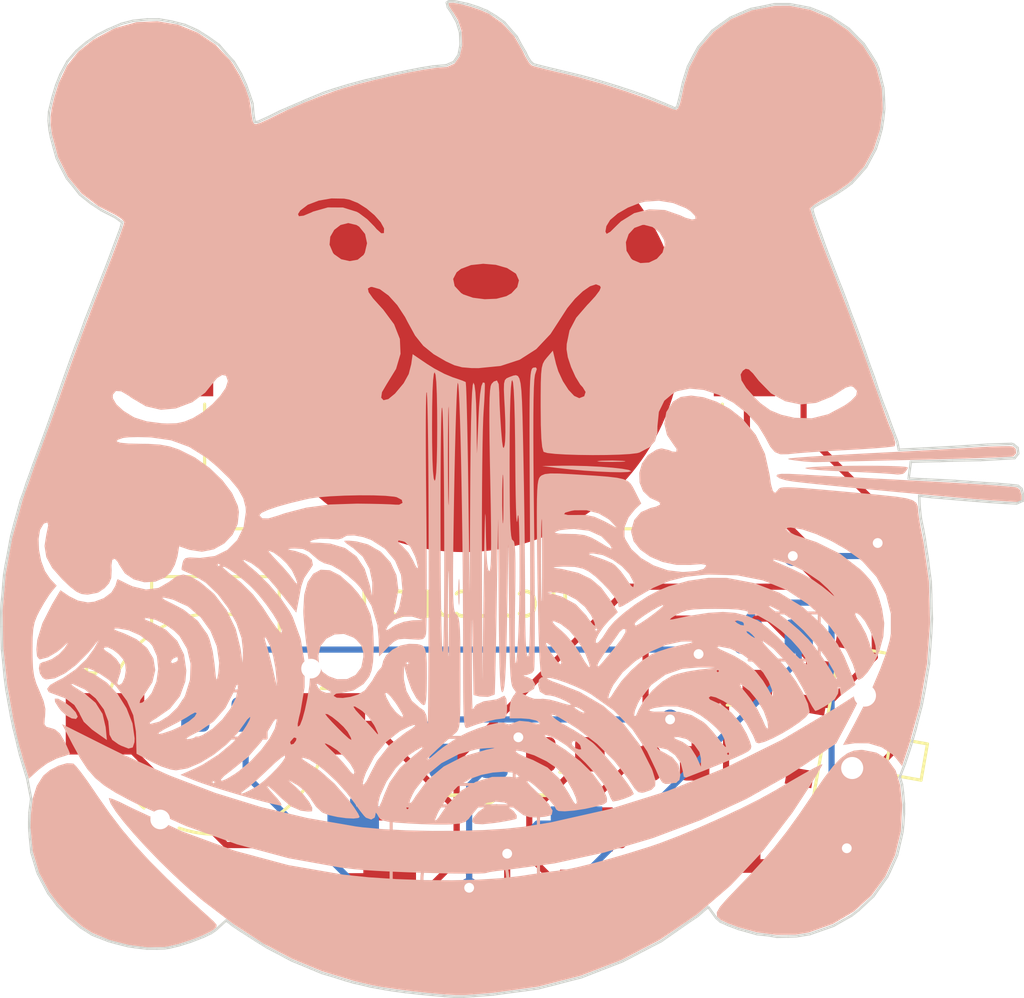
<source format=kicad_pcb>
(kicad_pcb (version 20221018) (generator pcbnew)
  (layers (0 "F.Cu" signal) (31 "B.Cu" signal) (34 "B.Paste" user) (35 "F.Paste" user) (36 "B.SilkS" user "B.Silkscreen") (37 "F.SilkS" user "F.Silkscreen") (38 "B.Mask" user) (39 "F.Mask" user) (44 "Edge.Cuts" user))
  (net 0 "")
  (net 1 "GND")
  (net 2 "Net-(D1-A)")
  (net 3 "Net-(D2-A)")
  (net 4 "Net-(D3-A)")
  (net 5 "Net-(U1-PB2)")
  (net 6 "Net-(U1-PB1)")
  (net 7 "Net-(U1-PB0)")
  (net 8 "Net-(U1-VCC)")
  (net 9 "Net-(R4-Pad2)")
  (net 11 "Net-(U1-PB3)")
  (net 12 "Net-(U1-PB4)")
  (net 13 "Net-(BT1-PadP1)")
  (footprint "Resistor_SMD:R_0805_2012Metric_Pad1.20x1.40mm_HandSolder" (layer "F.Cu") (at 162.15 108.68)
    (fp_text reference "R4" hide)
    (fp_text value "R" hide)
  )
  (footprint "Resistor_SMD:R_0805_2012Metric_Pad1.20x1.40mm_HandSolder" (layer "F.Cu") (at 164.23 112.44)
    (fp_text reference "R3" hide)
    (fp_text value "R" hide)
  )
  (footprint "ATTINY85-20SUR:SOIC127P798X216-8N" (layer "F.Cu") (at 154.7284 112.645)
    (fp_text reference "U1" hide)
    (fp_text value "ATTINY85-20SUR" hide)
  )
  (footprint "OnOffSwitch:SW_MLL1200S" (layer "F.Cu") (at 169.830472 107.392788 80)
    (fp_text reference "SW1" hide)
    (fp_text value "MLL1200S" hide)
  )
  (footprint "BatteryHolder:BAT_BAT-HLD-001" (layer "F.Cu") (at 153.73 91.17)
    (fp_text reference "BT1" hide)
    (fp_text value "BAT-HLD-001" hide)
  )
  (footprint "Resistor_SMD:R_0805_2012Metric_Pad1.20x1.40mm_HandSolder" (layer "F.Cu") (at 164.7 105.57)
    (fp_text reference "R1" hide)
    (fp_text value "R" hide)
  )
  (footprint "Buzzer:CUI_CBT-09427-SMT" (layer "F.Cu") (at 143.62 107.069331)
    (fp_text reference "LS1" hide)
    (fp_text value "CBT-09427-SMT" hide)
  )
  (footprint "Resistor_SMD:R_0805_2012Metric_Pad1.20x1.40mm_HandSolder" (layer "F.Cu") (at 157.88 108.31 180)
    (fp_text reference "R2" hide)
    (fp_text value "R" hide)
  )
  (footprint "LED_SMD:LED_0805_2012Metric_Pad1.15x1.40mm_HandSolder" (layer "B.Cu") (at 143.825 106.69 180)
    (fp_text reference "D1" hide)
    (fp_text value "LED" hide)
  )
  (footprint "PushButton:SW_4-1437565-2" (layer "B.Cu") (at 153.7845 113.41 180)
    (fp_text reference "SW2" hide)
    (fp_text value "4-1437565-2" hide)
  )
  (footprint "LED_SMD:LED_0805_2012Metric_Pad1.15x1.40mm_HandSolder" (layer "B.Cu") (at 153.935 108.58 180)
    (fp_text reference "D2" hide)
    (fp_text value "LED" hide)
  )
  (footprint "LOGO" (layer "B.Cu") (at 154.45 98.96 180)
    (fp_text reference "G***" hide)
    (fp_text value "LOGO" hide)
  )
  (footprint "LED_SMD:LED_0805_2012Metric_Pad1.15x1.40mm_HandSolder" (layer "B.Cu") (at 166.3675 103.51 180)
    (fp_text reference "D3" hide)
    (fp_text value "LED" hide)
  )
  (gr_poly (pts (xy 140.182525 80.399839) (xy 140.153613 80.43702) (xy 140.113596 80.490777) (xy 140.095783 80.516093) (xy 140.079304 80.540634) (xy 140.064057 80.564599) (xy 140.049942 80.588188) (xy 140.03686 80.611602) (xy 140.024713 80.635039) (xy 140.0134 80.658699) (xy 140.002822 80.682784) (xy 139.992878 80.70749) (xy 139.983471 80.73302) (xy 139.9745 80.759573) (xy 139.965866 80.787348) (xy 139.94921 80.847364) (xy 139.938922 80.890362) (xy 139.930461 80.933133) (xy 139.923837 80.975805) (xy 139.919061 81.01851) (xy 139.916142 81.061377) (xy 139.915094 81.104538) (xy 139.915924 81.148121) (xy 139.918647 81.19226) (xy 139.92327 81.23708) (xy 139.929806 81.282716) (xy 139.938265 81.329296) (xy 139.948657 81.376953) (xy 139.960995 81.425814) (xy 139.975287 81.47601) (xy 139.991545 81.527673) (xy 140.009782 81.580932) (xy 140.010553 81.583198) (xy 140.011201 81.585325) (xy 140.011716 81.587313) (xy 140.012089 81.589164) (xy 140.012308 81.590879) (xy 140.012363 81.592458) (xy 140.012327 81.593198) (xy 140.012246 81.593902) (xy 140.012119 81.594574) (xy 140.011945 81.595213) (xy 140.011724 81.595819) (xy 140.011452 81.596392) (xy 140.011129 81.596932) (xy 140.010755 81.597438) (xy 140.010327 81.597912) (xy 140.009845 81.598354) (xy 140.009307 81.598763) (xy 140.008713 81.599139) (xy 140.00806 81.599484) (xy 140.007348 81.599796) (xy 140.006574 81.600076) (xy 140.005739 81.600325) (xy 140.003878 81.600726) (xy 140.001755 81.601002) (xy 139.999357 81.601152) (xy 139.996679 81.601178) (xy 139.993708 81.601081) (xy 139.990432 81.600861) (xy 139.986846 81.60052) (xy 139.982936 81.600059) (xy 139.978695 81.599478) (xy 139.97411 81.598778) (xy 139.969173 81.59796) (xy 139.963874 81.597026) (xy 139.952148 81.594811) (xy 139.938854 81.59214) (xy 139.923911 81.589021) (xy 139.872803 81.579641) (xy 139.821173 81.572982) (xy 139.769119 81.569023) (xy 139.71674 81.567747) (xy 139.664134 81.569132) (xy 139.6114 81.57316) (xy 139.558636 81.57981) (xy 139.505941 81.589061) (xy 139.453414 81.600897) (xy 139.401153 81.615294) (xy 139.349257 81.632236) (xy 139.297824 81.651701) (xy 139.246953 81.67367) (xy 139.196742 81.698122) (xy 139.147291 81.725039) (xy 139.098696 81.754401) (xy 139.074943 81.77038) (xy 139.050381 81.788589) (xy 139.025217 81.8088) (xy 138.99966 81.830785) (xy 138.973918 81.854317) (xy 138.948196 81.879168) (xy 138.922704 81.90511) (xy 138.897648 81.931916) (xy 138.873236 81.959359) (xy 138.849676 81.987209) (xy 138.827175 82.015241) (xy 138.805941 82.043227) (xy 138.786182 82.070938) (xy 138.768104 82.098147) (xy 138.751915 82.124627) (xy 138.737824 82.15015) (xy 138.725922 82.174362) (xy 138.714398 82.200377) (xy 138.70331 82.227947) (xy 138.692718 82.256827) (xy 138.682681 82.286772) (xy 138.673257 82.317536) (xy 138.664507 82.348873) (xy 138.656488 82.380538) (xy 138.649261 82.412283) (xy 138.642883 82.443864) (xy 138.637415 82.475035) (xy 138.632915 82.50555) (xy 138.629443 82.535163) (xy 138.627057 82.563629) (xy 138.625817 82.590701) (xy 138.625782 82.616134) (xy 138.627517 82.653543) (xy 138.630929 82.69126) (xy 138.635997 82.729231) (xy 138.642699 82.767398) (xy 138.651019 82.805706) (xy 138.660933 82.844099) (xy 138.672423 82.882521) (xy 138.685468 82.920915) (xy 138.700046 82.959225) (xy 138.71614 82.997396) (xy 138.733728 83.035372) (xy 138.75279 83.073094) (xy 138.773306 83.11051) (xy 138.795256 83.14756) (xy 138.81862 83.184192) (xy 138.843376 83.220346) (xy 138.863359 83.247381) (xy 138.885671 83.27547) (xy 138.910051 83.304375) (xy 138.936237 83.333847) (xy 138.992986 83.393526) (xy 139.053829 83.452556) (xy 139.116679 83.508991) (xy 139.179446 83.560878) (xy 139.210146 83.584508) (xy 139.240042 83.60627) (xy 139.268873 83.62592) (xy 139.296378 83.643216) (xy 139.398772 83.699253) (xy 139.507633 83.74854) (xy 139.622849 83.791072) (xy 139.744308 83.826846) (xy 139.871897 83.855855) (xy 140.005503 83.8781) (xy 140.145013 83.893572) (xy 140.290314 83.90227) (xy 140.441295 83.904188) (xy 140.597841 83.899324) (xy 140.75984 83.887673) (xy 140.92718 83.86923) (xy 141.099747 83.843993) (xy 141.277429 83.811956) (xy 141.460112 83.773116) (xy 141.647686 83.727469) (xy 141.737649 83.70306) (xy 141.839102 83.673622) (xy 141.945054 83.641413) (xy 142.048517 83.608685) (xy 142.142504 83.577695) (xy 142.220025 83.550698) (xy 142.274094 83.529949) (xy 142.29015 83.522622) (xy 142.297722 83.517702) (xy 142.298867 83.515735) (xy 142.300224 83.51235) (xy 142.301776 83.507626) (xy 142.303506 83.501646) (xy 142.307425 83.486235) (xy 142.311844 83.466757) (xy 142.316623 83.443857) (xy 142.321622 83.418176) (xy 142.326702 83.390357) (xy 142.331724 83.361042) (xy 142.331724 83.361041) (xy 142.349225 83.2487) (xy 142.364665 83.135522) (xy 142.378038 83.021816) (xy 142.38934 82.907889) (xy 142.398565 82.794046) (xy 142.405707 82.680597) (xy 142.410763 82.567848) (xy 142.413724 82.456108) (xy 142.414587 82.34568) (xy 142.413347 82.236876) (xy 142.41 82.13) (xy 142.404537 82.02536) (xy 142.396955 81.923265) (xy 142.387247 81.824019) (xy 142.375411 81.727932) (xy 142.361439 81.635309) (xy 142.340106 81.517808) (xy 142.315856 81.405398) (xy 142.288623 81.297963) (xy 142.258347 81.195386) (xy 142.224963 81.097551) (xy 142.188406 81.004341) (xy 142.148615 80.915641) (xy 142.105526 80.831334) (xy 142.059074 80.751302) (xy 142.009197 80.67543) (xy 141.955831 80.603602) (xy 141.898913 80.535701) (xy 141.83838 80.47161) (xy 141.774167 80.411213) (xy 141.706212 80.354393) (xy 141.634451 80.301034) (xy 141.549913 80.245192) (xy 141.465458 80.196232) (xy 141.381194 80.154158) (xy 141.297226 80.118975) (xy 141.213662 80.090691) (xy 141.130608 80.06931) (xy 141.04817 80.054836) (xy 140.966455 80.047277) (xy 140.885568 80.046637) (xy 140.805618 80.052921) (xy 140.72671 80.066134) (xy 140.648951 80.086284) (xy 140.572446 80.113373) (xy 140.497303 80.147409) (xy 140.423628 80.188396) (xy 140.351528 80.236339) (xy 140.322894 80.257509) (xy 140.309931 80.267562) (xy 140.297678 80.277458) (xy 140.285991 80.287343) (xy 140.274727 80.29736) (xy 140.263741 80.307657) (xy 140.252888 80.31838) (xy 140.242026 80.329674) (xy 140.23101 80.341688) (xy 140.219696 80.354564) (xy 140.20794 80.368451)) (stroke (width 0.004)) (fill solid) (layer "B.Cu"))
  (gr_poly (pts (xy 168.650237 81.245951) (xy 168.613056 81.217039) (xy 168.559299 81.177022) (xy 168.533983 81.159209) (xy 168.509442 81.14273) (xy 168.485477 81.127483) (xy 168.461888 81.113368) (xy 168.438474 81.100286) (xy 168.415037 81.088139) (xy 168.391377 81.076826) (xy 168.367292 81.066248) (xy 168.342586 81.056304) (xy 168.317056 81.046897) (xy 168.290503 81.037926) (xy 168.262728 81.029292) (xy 168.202712 81.012636) (xy 168.159714 81.002348) (xy 168.116943 80.993887) (xy 168.074271 80.987263) (xy 168.031566 80.982487) (xy 167.988699 80.979568) (xy 167.945538 80.97852) (xy 167.901955 80.97935) (xy 167.857816 80.982073) (xy 167.812996 80.986696) (xy 167.76736 80.993232) (xy 167.72078 81.001691) (xy 167.673123 81.012083) (xy 167.624262 81.024421) (xy 167.574066 81.038713) (xy 167.522403 81.054971) (xy 167.469144 81.073208) (xy 167.466878 81.073979) (xy 167.464751 81.074627) (xy 167.462763 81.075142) (xy 167.460912 81.075515) (xy 167.459197 81.075734) (xy 167.457618 81.075789) (xy 167.456878 81.075753) (xy 167.456174 81.075672) (xy 167.455502 81.075545) (xy 167.454863 81.075371) (xy 167.454257 81.07515) (xy 167.453684 81.074878) (xy 167.453144 81.074555) (xy 167.452638 81.074181) (xy 167.452164 81.073753) (xy 167.451722 81.073271) (xy 167.451313 81.072733) (xy 167.450937 81.072139) (xy 167.450592 81.071486) (xy 167.45028 81.070774) (xy 167.45 81.07) (xy 167.449751 81.069165) (xy 167.44935 81.067304) (xy 167.449074 81.065181) (xy 167.448924 81.062783) (xy 167.448898 81.060105) (xy 167.448995 81.057134) (xy 167.449215 81.053858) (xy 167.449556 81.050272) (xy 167.450017 81.046362) (xy 167.450598 81.042121) (xy 167.451298 81.037536) (xy 167.452116 81.032599) (xy 167.45305 81.0273) (xy 167.455265 81.015574) (xy 167.457936 81.00228) (xy 167.461055 80.987337) (xy 167.470435 80.936229) (xy 167.477094 80.884599) (xy 167.481053 80.832545) (xy 167.482329 80.780166) (xy 167.480944 80.72756) (xy 167.476916 80.674826) (xy 167.470266 80.622062) (xy 167.461015 80.569367) (xy 167.449179 80.51684) (xy 167.434782 80.464579) (xy 167.41784 80.412683) (xy 167.398375 80.36125) (xy 167.376406 80.310379) (xy 167.351954 80.260168) (xy 167.325037 80.210717) (xy 167.295675 80.162122) (xy 167.279696 80.138369) (xy 167.261487 80.113807) (xy 167.241276 80.088643) (xy 167.219291 80.063086) (xy 167.195759 80.037344) (xy 167.170908 80.011622) (xy 167.144966 79.98613) (xy 167.11816 79.961074) (xy 167.090717 79.936662) (xy 167.062867 79.913102) (xy 167.034835 79.890601) (xy 167.006849 79.869367) (xy 166.979138 79.849608) (xy 166.951929 79.83153) (xy 166.925449 79.815341) (xy 166.899926 79.80125) (xy 166.875714 79.789348) (xy 166.849699 79.777824) (xy 166.822129 79.766736) (xy 166.793249 79.756144) (xy 166.763304 79.746107) (xy 166.73254 79.736683) (xy 166.701203 79.727933) (xy 166.669538 79.719914) (xy 166.637793 79.712687) (xy 166.606212 79.706309) (xy 166.575041 79.700841) (xy 166.544526 79.696341) (xy 166.514913 79.692869) (xy 166.486447 79.690483) (xy 166.459375 79.689243) (xy 166.433942 79.689208) (xy 166.396533 79.690943) (xy 166.358816 79.694355) (xy 166.320845 79.699423) (xy 166.282678 79.706125) (xy 166.24437 79.714445) (xy 166.205977 79.724359) (xy 166.167555 79.735849) (xy 166.129161 79.748894) (xy 166.090851 79.763472) (xy 166.05268 79.779566) (xy 166.014704 79.797154) (xy 165.976982 79.816216) (xy 165.939566 79.836732) (xy 165.902516 79.858682) (xy 165.865884 79.882046) (xy 165.82973 79.906802) (xy 165.802695 79.926785) (xy 165.774606 79.949097) (xy 165.745701 79.973477) (xy 165.716229 79.999663) (xy 165.65655 80.056412) (xy 165.59752 80.117255) (xy 165.541085 80.180105) (xy 165.489198 80.242872) (xy 165.465568 80.273572) (xy 165.443806 80.303468) (xy 165.424156 80.332299) (xy 165.40686 80.359804) (xy 165.350823 80.462198) (xy 165.301536 80.571059) (xy 165.259004 80.686275) (xy 165.22323 80.807734) (xy 165.194221 80.935323) (xy 165.171976 81.068929) (xy 165.156504 81.208439) (xy 165.147806 81.35374) (xy 165.145888 81.504721) (xy 165.150752 81.661267) (xy 165.162403 81.823266) (xy 165.180846 81.990606) (xy 165.206083 82.163173) (xy 165.23812 82.340855) (xy 165.27696 82.523538) (xy 165.322607 82.711112) (xy 165.347016 82.801075) (xy 165.376454 82.902528) (xy 165.408663 83.00848) (xy 165.441391 83.111943) (xy 165.472381 83.20593) (xy 165.499378 83.283451) (xy 165.520127 83.33752) (xy 165.527454 83.353576) (xy 165.532374 83.361148) (xy 165.534341 83.362293) (xy 165.537726 83.36365) (xy 165.54245 83.365202) (xy 165.54843 83.366932) (xy 165.563841 83.370851) (xy 165.583319 83.37527) (xy 165.606219 83.380049) (xy 165.6319 83.385048) (xy 165.659719 83.390128) (xy 165.689034 83.39515) (xy 165.689035 83.39515) (xy 165.801376 83.412651) (xy 165.914554 83.428091) (xy 166.02826 83.441464) (xy 166.142187 83.452766) (xy 166.25603 83.461991) (xy 166.369479 83.469133) (xy 166.482228 83.474189) (xy 166.593968 83.47715) (xy 166.704396 83.478013) (xy 166.8132 83.476773) (xy 166.920076 83.473426) (xy 167.024716 83.467963) (xy 167.126811 83.460381) (xy 167.226057 83.450673) (xy 167.322144 83.438837) (xy 167.414767 83.424865) (xy 167.532268 83.403532) (xy 167.644678 83.379282) (xy 167.752113 83.352049) (xy 167.85469 83.321773) (xy 167.952525 83.288389) (xy 168.045735 83.251832) (xy 168.134435 83.212041) (xy 168.218742 83.168952) (xy 168.298774 83.1225) (xy 168.374646 83.072623) (xy 168.446474 83.019257) (xy 168.514375 82.962339) (xy 168.578466 82.901806) (xy 168.638863 82.837593) (xy 168.695683 82.769638) (xy 168.749042 82.697877) (xy 168.804884 82.613339) (xy 168.853844 82.528884) (xy 168.895918 82.44462) (xy 168.931101 82.360652) (xy 168.959385 82.277088) (xy 168.980766 82.194034) (xy 168.99524 82.111596) (xy 169.002799 82.029881) (xy 169.003439 81.948994) (xy 168.997155 81.869044) (xy 168.983942 81.790136) (xy 168.963792 81.712377) (xy 168.936703 81.635872) (xy 168.902667 81.560729) (xy 168.86168 81.487054) (xy 168.813737 81.414954) (xy 168.792567 81.38632) (xy 168.782514 81.373357) (xy 168.772618 81.361104) (xy 168.762733 81.349417) (xy 168.752716 81.338153) (xy 168.742419 81.327167) (xy 168.731696 81.316314) (xy 168.720402 81.305452) (xy 168.708388 81.294436) (xy 168.695512 81.283122) (xy 168.681625 81.271366)) (stroke (width 0.004)) (fill solid) (layer "B.Cu"))
  (gr_line (start 138.98 86.14) (end 138.54 85.85) (stroke (width 0.1)) (layer "Edge.Cuts"))
  (gr_line (start 171.68 110.74) (end 171.65 111.18) (stroke (width 0.1)) (layer "Edge.Cuts"))
  (gr_line (start 173.23 97.14) (end 173.76 97.17) (stroke (width 0.1)) (layer "Edge.Cuts"))
  (gr_line (start 170.43 114.1) (end 169.83 114.66) (stroke (width 0.1)) (layer "Edge.Cuts"))
  (gr_line (start 171.65 111.18) (end 171.62 111.47) (stroke (width 0.1)) (layer "Edge.Cuts"))
  (gr_line (start 140.58 116.2) (end 140.34 116.17) (stroke (width 0.1)) (layer "Edge.Cuts"))
  (gr_line (start 163.5 114.7) (end 163.27 114.9) (stroke (width 0.1)) (layer "Edge.Cuts"))
  (gr_line (start 154.69 78.02) (end 155.04 78.23) (stroke (width 0.1)) (layer "Edge.Cuts"))
  (gr_line (start 145.35 82.54) (end 145.83 82.32) (stroke (width 0.1)) (layer "Edge.Cuts"))
  (gr_line (start 171.47 95.9) (end 172.47 95.85) (stroke (width 0.1)) (layer "Edge.Cuts"))
  (gr_line (start 144.06 79.75) (end 144.37 80.09) (stroke (width 0.1)) (layer "Edge.Cuts"))
  (gr_line (start 170.77 82.83) (end 170.66 83.23) (stroke (width 0.1)) (layer "Edge.Cuts"))
  (gr_line (start 167.84 115.64) (end 167.29 115.73) (stroke (width 0.1)) (layer "Edge.Cuts"))
  (gr_line (start 168.37 87.35) (end 168.53 87.79) (stroke (width 0.1)) (layer "Edge.Cuts"))
  (gr_line (start 136.84 82.12) (end 136.98 81.54) (stroke (width 0.1)) (layer "Edge.Cuts"))
  (gr_line (start 157.95 80.53) (end 158.53 80.67) (stroke (width 0.1)) (layer "Edge.Cuts"))
  (gr_line (start 175.97 97.33) (end 176.26 97.36) (stroke (width 0.1)) (layer "Edge.Cuts"))
  (gr_line (start 134.98 101.34) (end 135.01 100.99) (stroke (width 0.1)) (layer "Edge.Cuts"))
  (gr_line (start 152.48 80.28) (end 153.03 80.23) (stroke (width 0.1)) (layer "Edge.Cuts"))
  (gr_line (start 171 113.3) (end 170.72 113.69) (stroke (width 0.1)) (layer "Edge.Cuts"))
  (gr_line (start 135.29 106.74) (end 135.19 106.18) (stroke (width 0.1)) (layer "Edge.Cuts"))
  (gr_line (start 157.48 117.67) (end 156.77 117.85) (stroke (width 0.1)) (layer "Edge.Cuts"))
  (gr_line (start 171.56 111.74) (end 171.46 112.17) (stroke (width 0.1)) (layer "Edge.Cuts"))
  (gr_line (start 169.36 89.93) (end 169.51 90.35) (stroke (width 0.1)) (layer "Edge.Cuts"))
  (gr_line (start 151.36 118) (end 150.83 117.93) (stroke (width 0.1)) (layer "Edge.Cuts"))
  (gr_line (start 148.43 81.22) (end 149.02 81.04) (stroke (width 0.1)) (layer "Edge.Cuts"))
  (gr_line (start 172.75 103.94) (end 172.71 104.41) (stroke (width 0.1)) (layer "Edge.Cuts"))
  (gr_line (start 135.3 99.41) (end 135.44 98.88) (stroke (width 0.1)) (layer "Edge.Cuts"))
  (gr_line (start 136.39 113.18) (end 136.35 113.07) (stroke (width 0.1)) (layer "Edge.Cuts"))
  (gr_line (start 134.91 103.6) (end 134.9 103.11) (stroke (width 0.1)) (layer "Edge.Cuts"))
  (gr_line (start 168.53 87.79) (end 168.71 88.25) (stroke (width 0.1)) (layer "Edge.Cuts"))
  (gr_line (start 138.54 85.85) (end 138.1 85.5) (stroke (width 0.1)) (layer "Edge.Cuts"))
  (gr_line (start 169.86 84.69) (end 169.67 84.9) (stroke (width 0.1)) (layer "Edge.Cuts"))
  (gr_line (start 166.96 115.74) (end 166.5 115.75) (stroke (width 0.1)) (layer "Edge.Cuts"))
  (gr_line (start 145.3 115.92) (end 144.63 115.49) (stroke (width 0.1)) (layer "Edge.Cuts"))
  (gr_line (start 138.15 115.38) (end 137.81 115.09) (stroke (width 0.1)) (layer "Edge.Cuts"))
  (gr_line (start 137.93 91.67) (end 138.11 91.2) (stroke (width 0.1)) (layer "Edge.Cuts"))
  (gr_line (start 169.55 114.88) (end 169.02 115.18) (stroke (width 0.1)) (layer "Edge.Cuts"))
  (gr_line (start 136.82 82.49) (end 136.84 82.12) (stroke (width 0.1)) (layer "Edge.Cuts"))
  (gr_line (start 135.07 100.62) (end 135.18 100.06) (stroke (width 0.1)) (layer "Edge.Cuts"))
  (gr_line (start 152.39 118.11) (end 151.9 118.06) (stroke (width 0.1)) (layer "Edge.Cuts"))
  (gr_line (start 136.9 94.59) (end 137.11 93.99) (stroke (width 0.1)) (layer "Edge.Cuts"))
  (gr_line (start 149.24 117.61) (end 148.9 117.51) (stroke (width 0.1)) (layer "Edge.Cuts"))
  (gr_line (start 162.44 81.93) (end 162.55 81.51) (stroke (width 0.1)) (layer "Edge.Cuts"))
  (gr_line (start 136.2 96.51) (end 136.44 95.86) (stroke (width 0.1)) (layer "Edge.Cuts"))
  (gr_line (start 136.06 111.7) (end 136.04 111.44) (stroke (width 0.1)) (layer "Edge.Cuts"))
  (gr_line (start 135.69 97.96) (end 135.82 97.61) (stroke (width 0.1)) (layer "Edge.Cuts"))
  (gr_line (start 170.54 80.14) (end 170.64 80.37) (stroke (width 0.1)) (layer "Edge.Cuts"))
  (gr_line (start 160.09 81.13) (end 160.64 81.31) (stroke (width 0.1)) (layer "Edge.Cuts"))
  (gr_line (start 172.3 97.77) (end 172.32 98.23) (stroke (width 0.1)) (layer "Edge.Cuts"))
  (gr_line (start 156.46 80.08) (end 156.58 80.19) (stroke (width 0.1)) (layer "Edge.Cuts"))
  (gr_line (start 162.38 115.51) (end 161.78 115.93) (stroke (width 0.1)) (layer "Edge.Cuts"))
  (gr_line (start 154.15 118.16) (end 153.74 118.19) (stroke (width 0.1)) (layer "Edge.Cuts"))
  (gr_line (start 136.44 95.86) (end 136.57 95.51) (stroke (width 0.1)) (layer "Edge.Cuts"))
  (gr_line (start 155.9 79.07) (end 156.08 79.41) (stroke (width 0.1)) (layer "Edge.Cuts"))
  (gr_line (start 153.27 78.13) (end 153.09 77.86) (stroke (width 0.1)) (layer "Edge.Cuts"))
  (gr_line (start 164.23 78.56) (end 164.61 78.29) (stroke (width 0.1)) (layer "Edge.Cuts"))
  (gr_line (start 138.35 79.31) (end 138.8 79) (stroke (width 0.1)) (layer "Edge.Cuts"))
  (gr_line (start 139.08 115.85) (end 138.72 115.71) (stroke (width 0.1)) (layer "Edge.Cuts"))
  (gr_line (start 144.06 115.08) (end 143.66 115.44) (stroke (width 0.1)) (layer "Edge.Cuts"))
  (gr_line (start 170.07 91.86) (end 170.25 92.39) (stroke (width 0.1)) (layer "Edge.Cuts"))
  (gr_line (start 154.55 118.13) (end 154.15 118.16) (stroke (width 0.1)) (layer "Edge.Cuts"))
  (gr_line (start 137.72 92.24) (end 137.93 91.67) (stroke (width 0.1)) (layer "Edge.Cuts"))
  (gr_line (start 170.99 94.44) (end 171.23 95.1) (stroke (width 0.1)) (layer "Edge.Cuts"))
  (gr_line (start 170.33 84.01) (end 170.14 84.37) (stroke (width 0.1)) (layer "Edge.Cuts"))
  (gr_line (start 176.34 96.05) (end 176.19 96.24) (stroke (width 0.1)) (layer "Edge.Cuts"))
  (gr_line (start 170.14 84.37) (end 169.86 84.69) (stroke (width 0.1)) (layer "Edge.Cuts"))
  (gr_line (start 174.3 97.21) (end 174.99 97.26) (stroke (width 0.1)) (layer "Edge.Cuts"))
  (gr_line (start 172.63 105.02) (end 172.54 105.59) (stroke (width 0.1)) (layer "Edge.Cuts"))
  (gr_line (start 159.22 117.13) (end 158.53 117.4) (stroke (width 0.1)) (layer "Edge.Cuts"))
  (gr_line (start 171.23 95.1) (end 171.41 95.58) (stroke (width 0.1)) (layer "Edge.Cuts"))
  (gr_line (start 136.12 112.31) (end 136.09 112) (stroke (width 0.1)) (layer "Edge.Cuts"))
  (gr_line (start 163.87 78.82) (end 164.23 78.56) (stroke (width 0.1)) (layer "Edge.Cuts"))
  (gr_line (start 172.55 96.37) (end 171.96 96.39) (stroke (width 0.1)) (layer "Edge.Cuts"))
  (gr_line (start 170.25 92.39) (end 170.45 92.93) (stroke (width 0.1)) (layer "Edge.Cuts"))
  (gr_line (start 139.82 116.07) (end 139.55 116) (stroke (width 0.1)) (layer "Edge.Cuts"))
  (gr_line (start 171.68 110.33) (end 171.68 110.74) (stroke (width 0.1)) (layer "Edge.Cuts"))
  (gr_line (start 170.83 82.44) (end 170.77 82.83) (stroke (width 0.1)) (layer "Edge.Cuts"))
  (gr_line (start 135.82 97.61) (end 135.93 97.26) (stroke (width 0.1)) (layer "Edge.Cuts"))
  (gr_line (start 172.43 106.17) (end 172.39 106.36) (stroke (width 0.1)) (layer "Edge.Cuts"))
  (gr_line (start 172.53 99.53) (end 172.59 99.96) (stroke (width 0.1)) (layer "Edge.Cuts"))
  (gr_line (start 143.44 115.6) (end 143.12 115.75) (stroke (width 0.1)) (layer "Edge.Cuts"))
  (gr_line (start 146.48 116.58) (end 146.12 116.39) (stroke (width 0.1)) (layer "Edge.Cuts"))
  (gr_line (start 172.54 105.59) (end 172.43 106.17) (stroke (width 0.1)) (layer "Edge.Cuts"))
  (gr_line (start 137.64 114.95) (end 137.37 114.66) (stroke (width 0.1)) (layer "Edge.Cuts"))
  (gr_line (start 156.58 80.19) (end 157.04 80.31) (stroke (width 0.1)) (layer "Edge.Cuts"))
  (gr_line (start 141.84 78.45) (end 142.39 78.59) (stroke (width 0.1)) (layer "Edge.Cuts"))
  (gr_line (start 170.86 81.54) (end 170.88 81.99) (stroke (width 0.1)) (layer "Edge.Cuts"))
  (gr_line (start 147.04 116.84) (end 146.74 116.72) (stroke (width 0.1)) (layer "Edge.Cuts"))
  (gr_line (start 135.95 109.3) (end 135.79 108.77) (stroke (width 0.1)) (layer "Edge.Cuts"))
  (gr_line (start 162.88 80.28) (end 163.13 79.8) (stroke (width 0.1)) (layer "Edge.Cuts"))
  (gr_line (start 134.92 104.02) (end 134.91 103.6) (stroke (width 0.1)) (layer "Edge.Cuts"))
  (gr_line (start 143.76 79.4) (end 144.06 79.75) (stroke (width 0.1)) (layer "Edge.Cuts"))
  (gr_line (start 139.41 87.8) (end 139.75 86.89) (stroke (width 0.1)) (layer "Edge.Cuts"))
  (gr_line (start 165.3 115.53) (end 164.94 115.43) (stroke (width 0.1)) (layer "Edge.Cuts"))
  (gr_line (start 144.99 81.38) (end 145.13 81.79) (stroke (width 0.1)) (layer "Edge.Cuts"))
  (gr_line (start 155.62 78.75) (end 155.9 79.07) (stroke (width 0.1)) (layer "Edge.Cuts"))
  (gr_line (start 156.34 79.89) (end 156.46 80.08) (stroke (width 0.1)) (layer "Edge.Cuts"))
  (gr_line (start 134.9 103.11) (end 134.89 102.61) (stroke (width 0.1)) (layer "Edge.Cuts"))
  (gr_line (start 153.59 78.89) (end 153.46 78.47) (stroke (width 0.1)) (layer "Edge.Cuts"))
  (gr_line (start 136.26 112.77) (end 136.12 112.31) (stroke (width 0.1)) (layer "Edge.Cuts"))
  (gr_line (start 166.17 115.69) (end 165.69 115.64) (stroke (width 0.1)) (layer "Edge.Cuts"))
  (gr_line (start 156.25 79.7) (end 156.34 79.89) (stroke (width 0.1)) (layer "Edge.Cuts"))
  (gr_line (start 174.99 97.26) (end 175.5 97.29) (stroke (width 0.1)) (layer "Edge.Cuts"))
  (gr_line (start 136.68 95.21) (end 136.9 94.59) (stroke (width 0.1)) (layer "Edge.Cuts"))
  (gr_line (start 151.43 80.47) (end 151.99 80.36) (stroke (width 0.1)) (layer "Edge.Cuts"))
  (gr_line (start 176.26 97.36) (end 176.33 97.37) (stroke (width 0.1)) (layer "Edge.Cuts"))
  (gr_line (start 145.17 82.26) (end 145.22 82.54) (stroke (width 0.1)) (layer "Edge.Cuts"))
  (gr_line (start 140.34 116.17) (end 140.06 116.13) (stroke (width 0.1)) (layer "Edge.Cuts"))
  (gr_line (start 154.32 77.87) (end 154.69 78.02) (stroke (width 0.1)) (layer "Edge.Cuts"))
  (gr_line (start 168.95 88.87) (end 169.13 89.32) (stroke (width 0.1)) (layer "Edge.Cuts"))
  (gr_line (start 156.27 117.92) (end 155.74 117.99) (stroke (width 0.1)) (layer "Edge.Cuts"))
  (gr_line (start 134.89 102.61) (end 134.89 102.49) (stroke (width 0.1)) (layer "Edge.Cuts"))
  (gr_line (start 144.63 115.49) (end 144.33 115.29) (stroke (width 0.1)) (layer "Edge.Cuts"))
  (gr_line (start 134.89 102.49) (end 134.91 102.14) (stroke (width 0.1)) (layer "Edge.Cuts"))
  (gr_line (start 171.64 109.87) (end 171.68 110.33) (stroke (width 0.1)) (layer "Edge.Cuts"))
  (gr_line (start 172.71 104.41) (end 172.7 104.62) (stroke (width 0.1)) (layer "Edge.Cuts"))
  (gr_line (start 135.59 98.34) (end 135.69 97.96) (stroke (width 0.1)) (layer "Edge.Cuts"))
  (gr_line (start 140.83 116.23) (end 140.58 116.2) (stroke (width 0.1)) (layer "Edge.Cuts"))
  (gr_line (start 136.35 113.07) (end 136.26 112.77) (stroke (width 0.1)) (layer "Edge.Cuts"))
  (gr_line (start 176.31 95.82) (end 176.34 96.05) (stroke (width 0.1)) (layer "Edge.Cuts"))
  (gr_line (start 172.7 104.62) (end 172.63 105.02) (stroke (width 0.1)) (layer "Edge.Cuts"))
  (gr_line (start 135.26 99.61) (end 135.3 99.41) (stroke (width 0.1)) (layer "Edge.Cuts"))
  (gr_line (start 136.04 110.68) (end 136.11 110.13) (stroke (width 0.1)) (layer "Edge.Cuts"))
  (gr_line (start 164.94 115.43) (end 164.54 115.28) (stroke (width 0.1)) (layer "Edge.Cuts"))
  (gr_line (start 176.54 97.97) (end 176.27 98.09) (stroke (width 0.1)) (layer "Edge.Cuts"))
  (gr_line (start 173.87 97.92) (end 173.3 97.87) (stroke (width 0.1)) (layer "Edge.Cuts"))
  (gr_line (start 136.86 82.87) (end 136.82 82.49) (stroke (width 0.1)) (layer "Edge.Cuts"))
  (gr_line (start 172.59 97.11) (end 173.23 97.14) (stroke (width 0.1)) (layer "Edge.Cuts"))
  (gr_line (start 142.39 78.59) (end 142.9 78.82) (stroke (width 0.1)) (layer "Edge.Cuts"))
  (gr_line (start 170.64 80.37) (end 170.72 80.68) (stroke (width 0.1)) (layer "Edge.Cuts"))
  (gr_line (start 172.32 98.23) (end 172.37 98.7) (stroke (width 0.1)) (layer "Edge.Cuts"))
  (gr_line (start 135.39 107.23) (end 135.29 106.74) (stroke (width 0.1)) (layer "Edge.Cuts"))
  (gr_line (start 138.22 115.42) (end 138.15 115.38) (stroke (width 0.1)) (layer "Edge.Cuts"))
  (gr_line (start 144.33 115.29) (end 144.06 115.08) (stroke (width 0.1)) (layer "Edge.Cuts"))
  (gr_line (start 163.62 79.11) (end 163.87 78.82) (stroke (width 0.1)) (layer "Edge.Cuts"))
  (gr_line (start 169.67 84.9) (end 169.55 85.03) (stroke (width 0.1)) (layer "Edge.Cuts"))
  (gr_line (start 161.78 115.93) (end 161.31 116.17) (stroke (width 0.1)) (layer "Edge.Cuts"))
  (gr_line (start 170.04 79.36) (end 170.3 79.76) (stroke (width 0.1)) (layer "Edge.Cuts"))
  (gr_line (start 168.29 78.07) (end 168.68 78.24) (stroke (width 0.1)) (layer "Edge.Cuts"))
  (gr_line (start 153.05 77.68) (end 153.13 77.62) (stroke (width 0.1)) (layer "Edge.Cuts"))
  (gr_line (start 143.6 115.49) (end 143.44 115.6) (stroke (width 0.1)) (layer "Edge.Cuts"))
  (gr_line (start 164.54 115.28) (end 164.2 115.13) (stroke (width 0.1)) (layer "Edge.Cuts"))
  (gr_line (start 167.94 86.09) (end 168 86.33) (stroke (width 0.1)) (layer "Edge.Cuts"))
  (gr_line (start 153.34 80.09) (end 153.53 79.81) (stroke (width 0.1)) (layer "Edge.Cuts"))
  (gr_line (start 151.99 80.36) (end 152.48 80.28) (stroke (width 0.1)) (layer "Edge.Cuts"))
  (gr_line (start 140.06 116.13) (end 139.82 116.07) (stroke (width 0.1)) (layer "Edge.Cuts"))
  (gr_line (start 146.81 81.87) (end 147.34 81.64) (stroke (width 0.1)) (layer "Edge.Cuts"))
  (gr_line (start 172.01 97.08) (end 172.59 97.11) (stroke (width 0.1)) (layer "Edge.Cuts"))
  (gr_line (start 149.92 117.77) (end 149.6 117.69) (stroke (width 0.1)) (layer "Edge.Cuts"))
  (gr_line (start 168.68 78.24) (end 169.07 78.5) (stroke (width 0.1)) (layer "Edge.Cuts"))
  (gr_line (start 142.12 116.1) (end 141.74 116.19) (stroke (width 0.1)) (layer "Edge.Cuts"))
  (gr_line (start 137.03 83.58) (end 136.92 83.17) (stroke (width 0.1)) (layer "Edge.Cuts"))
  (gr_line (start 149.72 80.85) (end 150.29 80.72) (stroke (width 0.1)) (layer "Edge.Cuts"))
  (gr_line (start 141.74 116.19) (end 141.55 116.22) (stroke (width 0.1)) (layer "Edge.Cuts"))
  (gr_line (start 136.05 96.94) (end 136.2 96.51) (stroke (width 0.1)) (layer "Edge.Cuts"))
  (gr_line (start 139.79 78.54) (end 140.26 78.42) (stroke (width 0.1)) (layer "Edge.Cuts"))
  (gr_line (start 155.21 118.06) (end 154.95 118.1) (stroke (width 0.1)) (layer "Edge.Cuts"))
  (gr_line (start 168.81 115.3) (end 167.84 115.64) (stroke (width 0.1)) (layer "Edge.Cuts"))
  (gr_line (start 170.45 92.93) (end 170.64 93.51) (stroke (width 0.1)) (layer "Edge.Cuts"))
  (gr_line (start 162.2 81.92) (end 162.34 81.99) (stroke (width 0.1)) (layer "Edge.Cuts"))
  (gr_line (start 173.14 96.36) (end 172.55 96.37) (stroke (width 0.1)) (layer "Edge.Cuts"))
  (gr_line (start 146.74 116.72) (end 146.48 116.58) (stroke (width 0.1)) (layer "Edge.Cuts"))
  (gr_line (start 136.95 114.16) (end 136.81 113.98) (stroke (width 0.1)) (layer "Edge.Cuts"))
  (gr_line (start 138.11 91.2) (end 138.32 90.61) (stroke (width 0.1)) (layer "Edge.Cuts"))
  (gr_line (start 169.69 90.81) (end 169.86 91.27) (stroke (width 0.1)) (layer "Edge.Cuts"))
  (gr_line (start 169.86 91.27) (end 170.07 91.86) (stroke (width 0.1)) (layer "Edge.Cuts"))
  (gr_line (start 166.5 115.75) (end 166.17 115.69) (stroke (width 0.1)) (layer "Edge.Cuts"))
  (gr_line (start 149.02 81.04) (end 149.72 80.85) (stroke (width 0.1)) (layer "Edge.Cuts"))
  (gr_line (start 173.8 95.78) (end 175.09 95.69) (stroke (width 0.1)) (layer "Edge.Cuts"))
  (gr_line (start 159.61 80.98) (end 160.09 81.13) (stroke (width 0.1)) (layer "Edge.Cuts"))
  (gr_line (start 135.01 100.99) (end 135.07 100.62) (stroke (width 0.1)) (layer "Edge.Cuts"))
  (gr_line (start 134.91 102.14) (end 134.95 101.74) (stroke (width 0.1)) (layer "Edge.Cuts"))
  (gr_line (start 170.66 83.23) (end 170.53 83.64) (stroke (width 0.1)) (layer "Edge.Cuts"))
  (gr_line (start 165.43 77.94) (end 165.94 77.84) (stroke (width 0.1)) (layer "Edge.Cuts"))
  (gr_line (start 168.01 86) (end 167.94 86.09) (stroke (width 0.1)) (layer "Edge.Cuts"))
  (gr_line (start 138.72 115.71) (end 138.58 115.65) (stroke (width 0.1)) (layer "Edge.Cuts"))
  (gr_line (start 145.22 82.54) (end 145.35 82.54) (stroke (width 0.1)) (layer "Edge.Cuts"))
  (gr_line (start 159.01 80.8) (end 159.61 80.98) (stroke (width 0.1)) (layer "Edge.Cuts"))
  (gr_line (start 169.76 79.08) (end 170.04 79.36) (stroke (width 0.1)) (layer "Edge.Cuts"))
  (gr_line (start 137.11 93.99) (end 137.27 93.52) (stroke (width 0.1)) (layer "Edge.Cuts"))
  (gr_line (start 153.36 77.62) (end 153.92 77.74) (stroke (width 0.1)) (layer "Edge.Cuts"))
  (gr_line (start 173.3 97.87) (end 172.81 97.83) (stroke (width 0.1)) (layer "Edge.Cuts"))
  (gr_line (start 165.69 115.64) (end 165.3 115.53) (stroke (width 0.1)) (layer "Edge.Cuts"))
  (gr_line (start 139.75 86.89) (end 139.82 86.63) (stroke (width 0.1)) (layer "Edge.Cuts"))
  (gr_line (start 145.72 116.18) (end 145.3 115.92) (stroke (width 0.1)) (layer "Edge.Cuts"))
  (gr_line (start 172.37 98.7) (end 172.46 99.14) (stroke (width 0.1)) (layer "Edge.Cuts"))
  (gr_line (start 158.53 117.4) (end 157.97 117.54) (stroke (width 0.1)) (layer "Edge.Cuts"))
  (gr_line (start 169.43 78.74) (end 169.76 79.08) (stroke (width 0.1)) (layer "Edge.Cuts"))
  (gr_line (start 138.47 90.23) (end 138.65 89.77) (stroke (width 0.1)) (layer "Edge.Cuts"))
  (gr_line (start 137.81 85.13) (end 137.57 84.84) (stroke (width 0.1)) (layer "Edge.Cuts"))
  (gr_line (start 162.34 81.99) (end 162.44 81.93) (stroke (width 0.1)) (layer "Edge.Cuts"))
  (gr_line (start 150.53 117.88) (end 150.2 117.82) (stroke (width 0.1)) (layer "Edge.Cuts"))
  (gr_line (start 150.29 80.72) (end 150.85 80.59) (stroke (width 0.1)) (layer "Edge.Cuts"))
  (gr_line (start 172.79 103.38) (end 172.75 103.94) (stroke (width 0.1)) (layer "Edge.Cuts"))
  (gr_line (start 172.39 106.36) (end 172.26 106.86) (stroke (width 0.1)) (layer "Edge.Cuts"))
  (gr_line (start 135.49 107.62) (end 135.39 107.23) (stroke (width 0.1)) (layer "Edge.Cuts"))
  (gr_line (start 137.5 92.86) (end 137.72 92.24) (stroke (width 0.1)) (layer "Edge.Cuts"))
  (gr_line (start 146.25 82.11) (end 146.81 81.87) (stroke (width 0.1)) (layer "Edge.Cuts"))
  (gr_line (start 169.83 114.66) (end 169.55 114.88) (stroke (width 0.1)) (layer "Edge.Cuts"))
  (gr_line (start 153.09 77.86) (end 153.05 77.68) (stroke (width 0.1)) (layer "Edge.Cuts"))
  (gr_line (start 170.64 93.51) (end 170.79 93.93) (stroke (width 0.1)) (layer "Edge.Cuts"))
  (gr_line (start 176.54 97.76) (end 176.54 97.97) (stroke (width 0.1)) (layer "Edge.Cuts"))
  (gr_line (start 137.27 93.52) (end 137.5 92.86) (stroke (width 0.1)) (layer "Edge.Cuts"))
  (gr_line (start 136.04 111.44) (end 136.03 111.31) (stroke (width 0.1)) (layer "Edge.Cuts"))
  (gr_line (start 169.02 115.18) (end 168.81 115.3) (stroke (width 0.1)) (layer "Edge.Cuts"))
  (gr_line (start 159.71 116.94) (end 159.22 117.13) (stroke (width 0.1)) (layer "Edge.Cuts"))
  (gr_line (start 175.09 95.69) (end 176.06 95.66) (stroke (width 0.1)) (layer "Edge.Cuts"))
  (gr_line (start 153.03 80.23) (end 153.34 80.09) (stroke (width 0.1)) (layer "Edge.Cuts"))
  (gr_line (start 176.14 95.68) (end 176.31 95.82) (stroke (width 0.1)) (layer "Edge.Cuts"))
  (gr_line (start 175.69 98.06) (end 175.09 98.02) (stroke (width 0.1)) (layer "Edge.Cuts"))
  (gr_line (start 172.46 99.14) (end 172.53 99.53) (stroke (width 0.1)) (layer "Edge.Cuts"))
  (gr_line (start 138.89 89.15) (end 139.17 88.44) (stroke (width 0.1)) (layer "Edge.Cuts"))
  (gr_line (start 143.12 115.75) (end 142.81 115.87) (stroke (width 0.1)) (layer "Edge.Cuts"))
  (gr_line (start 176.33 97.37) (end 176.47 97.49) (stroke (width 0.1)) (layer "Edge.Cuts"))
  (gr_line (start 164.03 114.98) (end 163.7 114.53) (stroke (width 0.1)) (layer "Edge.Cuts"))
  (gr_line (start 141.23 116.23) (end 140.83 116.23) (stroke (width 0.1)) (layer "Edge.Cuts"))
  (gr_line (start 136.81 113.98) (end 136.55 113.49) (stroke (width 0.1)) (layer "Edge.Cuts"))
  (gr_line (start 160.2 116.75) (end 159.71 116.94) (stroke (width 0.1)) (layer "Edge.Cuts"))
  (gr_line (start 172.59 99.96) (end 172.65 100.34) (stroke (width 0.1)) (layer "Edge.Cuts"))
  (gr_line (start 169.07 78.5) (end 169.43 78.74) (stroke (width 0.1)) (layer "Edge.Cuts"))
  (gr_line (start 163.27 114.9) (end 162.84 115.19) (stroke (width 0.1)) (layer "Edge.Cuts"))
  (gr_line (start 141.32 78.36) (end 141.84 78.45) (stroke (width 0.1)) (layer "Edge.Cuts"))
  (gr_line (start 142.9 78.82) (end 143.34 79.1) (stroke (width 0.1)) (layer "Edge.Cuts"))
  (gr_line (start 171.62 111.47) (end 171.56 111.74) (stroke (width 0.1)) (layer "Edge.Cuts"))
  (gr_line (start 168.97 85.44) (end 168.67 85.62) (stroke (width 0.1)) (layer "Edge.Cuts"))
  (gr_line (start 176.06 95.66) (end 176.14 95.68) (stroke (width 0.1)) (layer "Edge.Cuts"))
  (gr_line (start 168.3 85.83) (end 168.01 86) (stroke (width 0.1)) (layer "Edge.Cuts"))
  (gr_line (start 142.81 115.87) (end 142.63 115.94) (stroke (width 0.1)) (layer "Edge.Cuts"))
  (gr_line (start 147.34 81.64) (end 148.04 81.35) (stroke (width 0.1)) (layer "Edge.Cuts"))
  (gr_line (start 162.55 81.51) (end 162.68 80.92) (stroke (width 0.1)) (layer "Edge.Cuts"))
  (gr_line (start 166.4 77.74) (end 167.02 77.74) (stroke (width 0.1)) (layer "Edge.Cuts"))
  (gr_line (start 171.96 96.39) (end 171.87 97.07) (stroke (width 0.1)) (layer "Edge.Cuts"))
  (gr_line (start 137.32 84.36) (end 137.15 84.01) (stroke (width 0.1)) (layer "Edge.Cuts"))
  (gr_line (start 176.47 97.49) (end 176.54 97.76) (stroke (width 0.1)) (layer "Edge.Cuts"))
  (gr_line (start 172.15 107.3) (end 172.01 107.79) (stroke (width 0.1)) (layer "Edge.Cuts"))
  (gr_line (start 155.04 78.23) (end 155.39 78.48) (stroke (width 0.1)) (layer "Edge.Cuts"))
  (gr_line (start 153.53 79.81) (end 153.61 79.4) (stroke (width 0.1)) (layer "Edge.Cuts"))
  (gr_line (start 162.83 80.44) (end 162.88 80.28) (stroke (width 0.1)) (layer "Edge.Cuts"))
  (gr_line (start 160.8 116.44) (end 160.2 116.75) (stroke (width 0.1)) (layer "Edge.Cuts"))
  (gr_line (start 138.65 89.77) (end 138.89 89.15) (stroke (width 0.1)) (layer "Edge.Cuts"))
  (gr_line (start 172.26 106.86) (end 172.15 107.3) (stroke (width 0.1)) (layer "Edge.Cuts"))
  (gr_line (start 153.74 118.19) (end 153.34 118.19) (stroke (width 0.1)) (layer "Edge.Cuts"))
  (gr_line (start 136.55 113.49) (end 136.39 113.18) (stroke (width 0.1)) (layer "Edge.Cuts"))
  (gr_line (start 174.49 97.97) (end 173.87 97.92) (stroke (width 0.1)) (layer "Edge.Cuts"))
  (gr_line (start 141.55 116.22) (end 141.23 116.23) (stroke (width 0.1)) (layer "Edge.Cuts"))
  (gr_line (start 142.63 115.94) (end 142.12 116.1) (stroke (width 0.1)) (layer "Edge.Cuts"))
  (gr_line (start 137.59 80.07) (end 137.95 79.65) (stroke (width 0.1)) (layer "Edge.Cuts"))
  (gr_line (start 167.29 115.73) (end 166.96 115.74) (stroke (width 0.1)) (layer "Edge.Cuts"))
  (gr_line (start 156.77 117.85) (end 156.27 117.92) (stroke (width 0.1)) (layer "Edge.Cuts"))
  (gr_line (start 167.86 77.9) (end 168.29 78.07) (stroke (width 0.1)) (layer "Edge.Cuts"))
  (gr_line (start 164.61 78.29) (end 165.01 78.12) (stroke (width 0.1)) (layer "Edge.Cuts"))
  (gr_line (start 138.1 85.5) (end 137.81 85.13) (stroke (width 0.1)) (layer "Edge.Cuts"))
  (gr_line (start 160.64 81.31) (end 161.15 81.49) (stroke (width 0.1)) (layer "Edge.Cuts"))
  (gr_line (start 172.82 102.79) (end 172.79 103.38) (stroke (width 0.1)) (layer "Edge.Cuts"))
  (gr_line (start 139.17 88.44) (end 139.41 87.8) (stroke (width 0.1)) (layer "Edge.Cuts"))
  (gr_line (start 153.61 79.4) (end 153.59 78.89) (stroke (width 0.1)) (layer "Edge.Cuts"))
  (gr_line (start 136.03 111.31) (end 136.03 111.05) (stroke (width 0.1)) (layer "Edge.Cuts"))
  (gr_line (start 139.82 86.63) (end 139.53 86.42) (stroke (width 0.1)) (layer "Edge.Cuts"))
  (gr_line (start 170.72 80.68) (end 170.84 81.16) (stroke (width 0.1)) (layer "Edge.Cuts"))
  (gr_line (start 162.68 80.92) (end 162.83 80.44) (stroke (width 0.1)) (layer "Edge.Cuts"))
  (gr_line (start 170.53 83.64) (end 170.33 84.01) (stroke (width 0.1)) (layer "Edge.Cuts"))
  (gr_line (start 172.65 100.34) (end 172.71 100.83) (stroke (width 0.1)) (layer "Edge.Cuts"))
  (gr_line (start 157.97 117.54) (end 157.48 117.67) (stroke (width 0.1)) (layer "Edge.Cuts"))
  (gr_line (start 136.11 110.13) (end 135.95 109.3) (stroke (width 0.1)) (layer "Edge.Cuts"))
  (gr_line (start 161.94 81.81) (end 162.2 81.92) (stroke (width 0.1)) (layer "Edge.Cuts"))
  (gr_line (start 137.95 79.65) (end 138.35 79.31) (stroke (width 0.1)) (layer "Edge.Cuts"))
  (gr_line (start 171.1 113.09) (end 171 113.3) (stroke (width 0.1)) (layer "Edge.Cuts"))
  (gr_line (start 148.04 81.35) (end 148.43 81.22) (stroke (width 0.1)) (layer "Edge.Cuts"))
  (gr_line (start 172.01 107.79) (end 171.9 108.15) (stroke (width 0.1)) (layer "Edge.Cuts"))
  (gr_line (start 144.37 80.09) (end 144.66 80.58) (stroke (width 0.1)) (layer "Edge.Cuts"))
  (gr_line (start 175.5 97.29) (end 175.97 97.33) (stroke (width 0.1)) (layer "Edge.Cuts"))
  (gr_line (start 170.88 81.99) (end 170.83 82.44) (stroke (width 0.1)) (layer "Edge.Cuts"))
  (gr_line (start 150.85 80.59) (end 151.43 80.47) (stroke (width 0.1)) (layer "Edge.Cuts"))
  (gr_line (start 156.08 79.41) (end 156.25 79.7) (stroke (width 0.1)) (layer "Edge.Cuts"))
  (gr_line (start 171.9 108.15) (end 171.72 108.69) (stroke (width 0.1)) (layer "Edge.Cuts"))
  (gr_line (start 146.12 116.39) (end 145.72 116.18) (stroke (width 0.1)) (layer "Edge.Cuts"))
  (gr_line (start 145.13 81.79) (end 145.17 82.26) (stroke (width 0.1)) (layer "Edge.Cuts"))
  (gr_line (start 158.53 80.67) (end 159.01 80.8) (stroke (width 0.1)) (layer "Edge.Cuts"))
  (gr_line (start 165.01 78.12) (end 165.43 77.94) (stroke (width 0.1)) (layer "Edge.Cuts"))
  (gr_line (start 171.72 108.69) (end 171.51 109.24) (stroke (width 0.1)) (layer "Edge.Cuts"))
  (gr_line (start 171.87 97.07) (end 172.01 97.08) (stroke (width 0.1)) (layer "Edge.Cuts"))
  (gr_line (start 154.95 118.1) (end 154.55 118.13) (stroke (width 0.1)) (layer "Edge.Cuts"))
  (gr_line (start 143.66 115.44) (end 143.6 115.49) (stroke (width 0.1)) (layer "Edge.Cuts"))
  (gr_line (start 137.15 84.01) (end 137.03 83.58) (stroke (width 0.1)) (layer "Edge.Cuts"))
  (gr_line (start 171.4 112.42) (end 171.1 113.09) (stroke (width 0.1)) (layer "Edge.Cuts"))
  (gr_line (start 139.55 116) (end 139.29 115.93) (stroke (width 0.1)) (layer "Edge.Cuts"))
  (gr_line (start 134.95 101.74) (end 134.98 101.34) (stroke (width 0.1)) (layer "Edge.Cuts"))
  (gr_line (start 136.57 95.51) (end 136.68 95.21) (stroke (width 0.1)) (layer "Edge.Cuts"))
  (gr_line (start 176.19 96.24) (end 174.8 96.32) (stroke (width 0.1)) (layer "Edge.Cuts"))
  (gr_line (start 165.94 77.84) (end 166.4 77.74) (stroke (width 0.1)) (layer "Edge.Cuts"))
  (gr_line (start 169.55 85.03) (end 169.3 85.22) (stroke (width 0.1)) (layer "Edge.Cuts"))
  (gr_line (start 135.1 105.68) (end 135.03 105.14) (stroke (width 0.1)) (layer "Edge.Cuts"))
  (gr_line (start 161.5 81.63) (end 161.94 81.81) (stroke (width 0.1)) (layer "Edge.Cuts"))
  (gr_line (start 163.7 114.53) (end 163.5 114.7) (stroke (width 0.1)) (layer "Edge.Cuts"))
  (gr_line (start 137.3 80.61) (end 137.59 80.07) (stroke (width 0.1)) (layer "Edge.Cuts"))
  (gr_line (start 135.79 108.77) (end 135.66 108.34) (stroke (width 0.1)) (layer "Edge.Cuts"))
  (gr_line (start 147.95 117.22) (end 147.52 117.04) (stroke (width 0.1)) (layer "Edge.Cuts"))
  (gr_line (start 168 86.33) (end 168.13 86.69) (stroke (width 0.1)) (layer "Edge.Cuts"))
  (gr_line (start 145.83 82.32) (end 146.25 82.11) (stroke (width 0.1)) (layer "Edge.Cuts"))
  (gr_line (start 135.44 98.88) (end 135.59 98.34) (stroke (width 0.1)) (layer "Edge.Cuts"))
  (gr_line (start 168.3 87.15) (end 168.37 87.35) (stroke (width 0.1)) (layer "Edge.Cuts"))
  (gr_line (start 169.13 89.32) (end 169.36 89.93) (stroke (width 0.1)) (layer "Edge.Cuts"))
  (gr_line (start 137.19 114.48) (end 136.95 114.16) (stroke (width 0.1)) (layer "Edge.Cuts"))
  (gr_line (start 163.3 79.49) (end 163.62 79.11) (stroke (width 0.1)) (layer "Edge.Cuts"))
  (gr_line (start 172.79 101.8) (end 172.8 102.35) (stroke (width 0.1)) (layer "Edge.Cuts"))
  (gr_line (start 172.47 95.85) (end 173.8 95.78) (stroke (width 0.1)) (layer "Edge.Cuts"))
  (gr_line (start 170.79 93.93) (end 170.99 94.44) (stroke (width 0.1)) (layer "Edge.Cuts"))
  (gr_line (start 155.74 117.99) (end 155.21 118.06) (stroke (width 0.1)) (layer "Edge.Cuts"))
  (gr_line (start 144.86 81.02) (end 144.99 81.38) (stroke (width 0.1)) (layer "Edge.Cuts"))
  (gr_line (start 161.15 81.49) (end 161.5 81.63) (stroke (width 0.1)) (layer "Edge.Cuts"))
  (gr_line (start 148.36 117.34) (end 147.95 117.22) (stroke (width 0.1)) (layer "Edge.Cuts"))
  (gr_line (start 171.41 95.58) (end 171.47 95.9) (stroke (width 0.1)) (layer "Edge.Cuts"))
  (gr_line (start 139.29 115.93) (end 139.08 115.85) (stroke (width 0.1)) (layer "Edge.Cuts"))
  (gr_line (start 153.13 77.62) (end 153.36 77.62) (stroke (width 0.1)) (layer "Edge.Cuts"))
  (gr_line (start 171.46 112.17) (end 171.4 112.42) (stroke (width 0.1)) (layer "Edge.Cuts"))
  (gr_line (start 170.72 113.69) (end 170.43 114.1) (stroke (width 0.1)) (layer "Edge.Cuts"))
  (gr_line (start 149.6 117.69) (end 149.24 117.61) (stroke (width 0.1)) (layer "Edge.Cuts"))
  (gr_line (start 143.34 79.1) (end 143.76 79.4) (stroke (width 0.1)) (layer "Edge.Cuts"))
  (gr_line (start 174.15 96.33) (end 173.66 96.34) (stroke (width 0.1)) (layer "Edge.Cuts"))
  (gr_line (start 168.67 85.62) (end 168.3 85.83) (stroke (width 0.1)) (layer "Edge.Cuts"))
  (gr_line (start 173.66 96.34) (end 173.14 96.36) (stroke (width 0.1)) (layer "Edge.Cuts"))
  (gr_line (start 136.09 112) (end 136.06 111.7) (stroke (width 0.1)) (layer "Edge.Cuts"))
  (gr_line (start 144.66 80.58) (end 144.86 81.02) (stroke (width 0.1)) (layer "Edge.Cuts"))
  (gr_line (start 140.84 78.36) (end 141.32 78.36) (stroke (width 0.1)) (layer "Edge.Cuts"))
  (gr_line (start 153.46 78.47) (end 153.27 78.13) (stroke (width 0.1)) (layer "Edge.Cuts"))
  (gr_line (start 135.93 97.26) (end 136.05 96.94) (stroke (width 0.1)) (layer "Edge.Cuts"))
  (gr_line (start 148.9 117.51) (end 148.36 117.34) (stroke (width 0.1)) (layer "Edge.Cuts"))
  (gr_line (start 171.6 109.54) (end 171.64 109.87) (stroke (width 0.1)) (layer "Edge.Cuts"))
  (gr_line (start 173.76 97.17) (end 174.3 97.21) (stroke (width 0.1)) (layer "Edge.Cuts"))
  (gr_line (start 134.98 104.59) (end 134.92 104.02) (stroke (width 0.1)) (layer "Edge.Cuts"))
  (gr_line (start 138.8 79) (end 139.23 78.78) (stroke (width 0.1)) (layer "Edge.Cuts"))
  (gr_line (start 167.45 77.82) (end 167.86 77.9) (stroke (width 0.1)) (layer "Edge.Cuts"))
  (gr_line (start 155.39 78.48) (end 155.62 78.75) (stroke (width 0.1)) (layer "Edge.Cuts"))
  (gr_line (start 153.92 77.74) (end 154.32 77.87) (stroke (width 0.1)) (layer "Edge.Cuts"))
  (gr_line (start 138.58 115.65) (end 138.22 115.42) (stroke (width 0.1)) (layer "Edge.Cuts"))
  (gr_line (start 136.98 81.54) (end 137.13 81.04) (stroke (width 0.1)) (layer "Edge.Cuts"))
  (gr_line (start 137.13 81.04) (end 137.3 80.61) (stroke (width 0.1)) (layer "Edge.Cuts"))
  (gr_line (start 176.27 98.09) (end 175.69 98.06) (stroke (width 0.1)) (layer "Edge.Cuts"))
  (gr_line (start 157.04 80.31) (end 157.95 80.53) (stroke (width 0.1)) (layer "Edge.Cuts"))
  (gr_line (start 135.03 105.14) (end 134.98 104.59) (stroke (width 0.1)) (layer "Edge.Cuts"))
  (gr_line (start 135.19 106.18) (end 135.1 105.68) (stroke (width 0.1)) (layer "Edge.Cuts"))
  (gr_line (start 139.53 86.42) (end 138.98 86.14) (stroke (width 0.1)) (layer "Edge.Cuts"))
  (gr_line (start 170.3 79.76) (end 170.54 80.14) (stroke (width 0.1)) (layer "Edge.Cuts"))
  (gr_line (start 151.9 118.06) (end 151.36 118) (stroke (width 0.1)) (layer "Edge.Cuts"))
  (gr_line (start 135.66 108.34) (end 135.57 107.97) (stroke (width 0.1)) (layer "Edge.Cuts"))
  (gr_line (start 150.83 117.93) (end 150.53 117.88) (stroke (width 0.1)) (layer "Edge.Cuts"))
  (gr_line (start 139.23 78.78) (end 139.79 78.54) (stroke (width 0.1)) (layer "Edge.Cuts"))
  (gr_line (start 137.37 114.66) (end 137.19 114.48) (stroke (width 0.1)) (layer "Edge.Cuts"))
  (gr_line (start 162.84 115.19) (end 162.38 115.51) (stroke (width 0.1)) (layer "Edge.Cuts"))
  (gr_line (start 175.09 98.02) (end 174.49 97.97) (stroke (width 0.1)) (layer "Edge.Cuts"))
  (gr_line (start 153.34 118.19) (end 152.96 118.16) (stroke (width 0.1)) (layer "Edge.Cuts"))
  (gr_line (start 170.84 81.16) (end 170.86 81.54) (stroke (width 0.1)) (layer "Edge.Cuts"))
  (gr_line (start 150.2 117.82) (end 149.92 117.77) (stroke (width 0.1)) (layer "Edge.Cuts"))
  (gr_line (start 164.2 115.13) (end 164.03 114.98) (stroke (width 0.1)) (layer "Edge.Cuts"))
  (gr_line (start 138.32 90.61) (end 138.47 90.23) (stroke (width 0.1)) (layer "Edge.Cuts"))
  (gr_line (start 172.71 100.83) (end 172.77 101.26) (stroke (width 0.1)) (layer "Edge.Cuts"))
  (gr_line (start 169.51 90.35) (end 169.69 90.81) (stroke (width 0.1)) (layer "Edge.Cuts"))
  (gr_line (start 169.3 85.22) (end 168.97 85.44) (stroke (width 0.1)) (layer "Edge.Cuts"))
  (gr_line (start 171.51 109.24) (end 171.6 109.54) (stroke (width 0.1)) (layer "Edge.Cuts"))
  (gr_line (start 136.03 111.05) (end 136.04 110.68) (stroke (width 0.1)) (layer "Edge.Cuts"))
  (gr_line (start 172.77 101.26) (end 172.79 101.8) (stroke (width 0.1)) (layer "Edge.Cuts"))
  (gr_line (start 135.57 107.97) (end 135.49 107.62) (stroke (width 0.1)) (layer "Edge.Cuts"))
  (gr_line (start 161.31 116.17) (end 160.8 116.44) (stroke (width 0.1)) (layer "Edge.Cuts"))
  (gr_line (start 135.18 100.06) (end 135.26 99.61) (stroke (width 0.1)) (layer "Edge.Cuts"))
  (gr_line (start 168.13 86.69) (end 168.3 87.15) (stroke (width 0.1)) (layer "Edge.Cuts"))
  (gr_line (start 147.52 117.04) (end 147.04 116.84) (stroke (width 0.1)) (layer "Edge.Cuts"))
  (gr_line (start 136.92 83.17) (end 136.86 82.87) (stroke (width 0.1)) (layer "Edge.Cuts"))
  (gr_line (start 152.96 118.16) (end 152.39 118.11) (stroke (width 0.1)) (layer "Edge.Cuts"))
  (gr_line (start 137.57 84.84) (end 137.32 84.36) (stroke (width 0.1)) (layer "Edge.Cuts"))
  (gr_line (start 172.81 97.83) (end 172.3 97.77) (stroke (width 0.1)) (layer "Edge.Cuts"))
  (gr_line (start 140.26 78.42) (end 140.84 78.36) (stroke (width 0.1)) (layer "Edge.Cuts"))
  (gr_line (start 137.81 115.09) (end 137.64 114.95) (stroke (width 0.1)) (layer "Edge.Cuts"))
  (gr_line (start 168.71 88.25) (end 168.95 88.87) (stroke (width 0.1)) (layer "Edge.Cuts"))
  (gr_line (start 174.8 96.32) (end 174.15 96.33) (stroke (width 0.1)) (layer "Edge.Cuts"))
  (gr_line (start 167.02 77.74) (end 167.45 77.82) (stroke (width 0.1)) (layer "Edge.Cuts"))
  (gr_line (start 172.8 102.35) (end 172.82 102.79) (stroke (width 0.1)) (layer "Edge.Cuts"))
  (gr_line (start 163.13 79.8) (end 163.3 79.49) (stroke (width 0.1)) (layer "Edge.Cuts"))
  (gr_text "{dblquote}JLCJLCJLCJLC{dblquote}" (at 159.26 102.8) (layer "F.SilkS") (effects (font (size 1 1)) (justify left bottom mirror)))
  (segment (start 171.614182 100.66) (end 171.614182 99.174182) (width 0.25) (layer "F.Cu") (net 1))
  (segment (start 169.349124 102.429124) (end 169.349124 103.500064) (width 0.25) (layer "F.Cu") (net 1))
  (segment (start 171.614182 100.66) (end 171.57 100.66) (width 0.25) (layer "F.Cu") (net 1))
  (segment (start 153.449 112.629) (end 153.449 108.531) (width 0.25) (layer "F.Cu") (net 1))
  (segment (start 171.614182 103.899454) (end 171.614182 107.822724) (width 0.25) (layer "F.Cu") (net 1))
  (segment (start 153.96 113.14) (end 153.449 112.629) (width 0.25) (layer "F.Cu") (net 1))
  (segment (start 153.449 108.531) (end 160.5 101.48) (width 0.25) (layer "F.Cu") (net 1))
  (segment (start 171.614182 107.822724) (end 170.395 109.041906) (width 0.25) (layer "F.Cu") (net 1))
  (segment (start 170.395 111.202332) (end 170.31182 111.285512) (width 0.25) (layer "F.Cu") (net 1))
  (segment (start 148.12 107.069331) (end 149.97 107.069331) (width 0.25) (layer "F.Cu") (net 1))
  (segment (start 168.046762 110.886122) (end 169.91243 110.886122) (width 0.25) (layer "F.Cu") (net 1))
  (segment (start 167.59 87.58) (end 164.19 84.18) (width 0.25) (layer "F.Cu") (net 1))
  (segment (start 171.614182 99.174182) (end 167.59 95.15) (width 0.25) (layer "F.Cu") (net 1))
  (segment (start 169.91243 110.886122) (end 170.31182 111.285512) (width 0.25) (layer "F.Cu") (net 1))
  (segment (start 170.395 109.041906) (end 170.395 111.202332) (width 0.25) (layer "F.Cu") (net 1))
  (segment (start 171.57 100.66) (end 170.61 99.7) (width 0.25) (layer "F.Cu") (net 1))
  (segment (start 151.528 114.55) (end 153.449 112.629) (width 0.25) (layer "F.Cu") (net 1))
  (segment (start 167.32906 101.48) (end 169.349124 103.500064) (width 0.25) (layer "F.Cu") (net 1))
  (segment (start 167.59 95.15) (end 167.59 87.58) (width 0.25) (layer "F.Cu") (net 1))
  (segment (start 149.97 107.069331) (end 153.449 110.548331) (width 0.25) (layer "F.Cu") (net 1))
  (segment (start 159.76 84.18) (end 153.83 90.11) (width 0.25) (layer "F.Cu") (net 1))
  (segment (start 160.5 101.48) (end 167.32906 101.48) (width 0.25) (layer "F.Cu") (net 1))
  (segment (start 164.19 84.18) (end 159.76 84.18) (width 0.25) (layer "F.Cu") (net 1))
  (segment (start 167.15 100.23) (end 169.349124 102.429124) (width 0.25) (layer "F.Cu") (net 1))
  (segment (start 171.614182 103.899454) (end 171.614182 100.66) (width 0.25) (layer "F.Cu") (net 1))
  (segment (start 153.96 113.75) (end 153.96 113.14) (width 0.25) (layer "F.Cu") (net 1))
  (segment (start 153.449 110.548331) (end 153.449 112.629) (width 0.25) (layer "F.Cu") (net 1))
  (segment (start 151.02 114.55) (end 151.528 114.55) (width 0.25) (layer "F.Cu") (net 1))
  (via (at 153.96 113.75) (size 0.8) (drill 0.4) (layers "F.Cu" "B.Cu") (net 1))
  (via (at 170.61 99.7) (size 0.8) (drill 0.4) (layers "F.Cu" "B.Cu") (net 1))
  (via (at 167.15 100.23) (size 0.8) (drill 0.4) (layers "F.Cu" "B.Cu") (net 1))
  (segment (start 153.96 109.58) (end 153.96 113.75) (width 0.25) (layer "B.Cu") (net 1))
  (segment (start 149.4495 113.75) (end 153.96 113.75) (width 0.25) (layer "B.Cu") (net 1))
  (segment (start 144.85 109.1505) (end 149.4495 113.75) (width 0.25) (layer "B.Cu") (net 1))
  (segment (start 144.85 106.69) (end 144.85 109.1505) (width 0.25) (layer "B.Cu") (net 1))
  (segment (start 167.3925 103.51) (end 167.3925 104.477) (width 0.25) (layer "B.Cu") (net 1))
  (segment (start 167.3925 104.477) (end 158.1195 113.75) (width 0.25) (layer "B.Cu") (net 1))
  (segment (start 170.61 99.7) (end 170.08 100.23) (width 0.25) (layer "B.Cu") (net 1))
  (segment (start 154.96 108.58) (end 153.96 109.58) (width 0.25) (layer "B.Cu") (net 1))
  (segment (start 158.3345 115.685) (end 155.895 115.685) (width 0.25) (layer "B.Cu") (net 1))
  (segment (start 155.895 115.685) (end 153.96 113.75) (width 0.25) (layer "B.Cu") (net 1))
  (segment (start 158.1195 113.75) (end 153.96 113.75) (width 0.25) (layer "B.Cu") (net 1))
  (segment (start 170.08 100.23) (end 167.15 100.23) (width 0.25) (layer "B.Cu") (net 1))
  (segment (start 163.31 104.18) (end 163.31 104.225064) (width 0.25) (layer "F.Cu") (net 2))
  (segment (start 165.7 105.57) (end 165.45 105.57) (width 0.25) (layer "F.Cu") (net 2))
  (segment (start 164.06 104.18) (end 163.31 104.18) (width 0.25) (layer "F.Cu") (net 2))
  (segment (start 165.45 105.57) (end 164.06 104.18) (width 0.25) (layer "F.Cu") (net 2))
  (via (at 163.31 104.225064) (size 0.8) (drill 0.4) (layers "F.Cu" "B.Cu") (net 2))
  (segment (start 145.445669 104.044331) (end 142.8 106.69) (width 0.25) (layer "B.Cu") (net 2))
  (segment (start 163.31 104.225064) (end 163.129267 104.044331) (width 0.25) (layer "B.Cu") (net 2))
  (segment (start 163.129267 104.044331) (end 145.445669 104.044331) (width 0.25) (layer "B.Cu") (net 2))
  (segment (start 155.965157 107.617967) (end 156.65719 108.31) (width 0.25) (layer "F.Cu") (net 3))
  (segment (start 156.65719 108.31) (end 156.88 108.31) (width 0.25) (layer "F.Cu") (net 3))
  (via (at 155.965157 107.617967) (size 0.8) (drill 0.4) (layers "F.Cu" "B.Cu") (net 3))
  (segment (start 153.935 107.555) (end 152.91 108.58) (width 0.25) (layer "B.Cu") (net 3))
  (segment (start 155.965157 107.617967) (end 155.90219 107.555) (width 0.25) (layer "B.Cu") (net 3))
  (segment (start 155.90219 107.555) (end 153.935 107.555) (width 0.25) (layer "B.Cu") (net 3))
  (segment (start 165.5 112.71) (end 165.23 112.44) (width 0.25) (layer "F.Cu") (net 4))
  (segment (start 169.35 112.14) (end 168.78 112.71) (width 0.25) (layer "F.Cu") (net 4))
  (segment (start 168.78 112.71) (end 165.5 112.71) (width 0.25) (layer "F.Cu") (net 4))
  (via (at 169.35 112.14) (size 0.8) (drill 0.4) (layers "F.Cu" "B.Cu") (net 4))
  (segment (start 165.94 102.13) (end 168.17 102.13) (width 0.25) (layer "B.Cu") (net 4))
  (segment (start 165.3425 102.7275) (end 165.94 102.13) (width 0.25) (layer "B.Cu") (net 4))
  (segment (start 165.3425 103.51) (end 165.3425 102.7275) (width 0.25) (layer "B.Cu") (net 4))
  (segment (start 168.17 102.13) (end 168.73 102.69) (width 0.25) (layer "B.Cu") (net 4))
  (segment (start 168.73 111.52) (end 169.35 112.14) (width 0.25) (layer "B.Cu") (net 4))
  (segment (start 168.73 102.69) (end 168.73 111.52) (width 0.25) (layer "B.Cu") (net 4))
  (segment (start 160.19 112.01) (end 161.34 110.86) (width 0.25) (layer "F.Cu") (net 5))
  (segment (start 161.34 110.86) (end 163.37 110.86) (width 0.25) (layer "F.Cu") (net 5))
  (segment (start 164.43 109.8) (end 164.43 106.3) (width 0.25) (layer "F.Cu") (net 5))
  (segment (start 163.37 110.86) (end 164.43 109.8) (width 0.25) (layer "F.Cu") (net 5))
  (segment (start 158.4368 112.01) (end 160.19 112.01) (width 0.25) (layer "F.Cu") (net 5))
  (segment (start 164.43 106.3) (end 163.7 105.57) (width 0.25) (layer "F.Cu") (net 5))
  (segment (start 158.4368 113.28) (end 157.23 113.28) (width 0.25) (layer "F.Cu") (net 6))
  (segment (start 156.41 110.78) (end 158.88 108.31) (width 0.25) (layer "F.Cu") (net 6))
  (segment (start 156.41 112.46) (end 156.41 110.78) (width 0.25) (layer "F.Cu") (net 6))
  (segment (start 157.23 113.28) (end 156.41 112.46) (width 0.25) (layer "F.Cu") (net 6))
  (segment (start 162.8 112.44) (end 163.23 112.44) (width 0.25) (layer "F.Cu") (net 7))
  (segment (start 158.4368 114.55) (end 160.69 114.55) (width 0.25) (layer "F.Cu") (net 7))
  (segment (start 160.69 114.55) (end 162.8 112.44) (width 0.25) (layer "F.Cu") (net 7))
  (segment (start 160.4968 108.68) (end 158.4368 110.74) (width 0.25) (layer "F.Cu") (net 8))
  (segment (start 161.15 108.68) (end 160.4968 108.68) (width 0.25) (layer "F.Cu") (net 8))
  (segment (start 168.202325 104.820992) (end 166.161333 102.78) (width 0.25) (layer "F.Cu") (net 8))
  (segment (start 162.3 102.78) (end 161.15 103.93) (width 0.25) (layer "F.Cu") (net 8))
  (segment (start 161.15 103.93) (end 161.15 108.68) (width 0.25) (layer "F.Cu") (net 8))
  (segment (start 166.161333 102.78) (end 162.3 102.78) (width 0.25) (layer "F.Cu") (net 8))
  (segment (start 162.15 106.89) (end 162.63 106.89) (width 0.25) (layer "F.Cu") (net 9))
  (segment (start 163.15 107.41) (end 163.15 108.68) (width 0.25) (layer "F.Cu") (net 9))
  (segment (start 162.63 106.89) (end 163.15 107.41) (width 0.25) (layer "F.Cu") (net 9))
  (via (at 162.15 106.89) (size 0.8) (drill 0.4) (layers "F.Cu" "B.Cu") (net 9))
  (segment (start 149.2345 110.185) (end 152.5295 106.89) (width 0.25) (layer "B.Cu") (net 9))
  (segment (start 149.2345 111.135) (end 149.2345 110.185) (width 0.25) (layer "B.Cu") (net 9))
  (segment (start 152.5295 106.89) (end 162.15 106.89) (width 0.25) (layer "B.Cu") (net 9))
  (segment (start 144.060669 112.01) (end 139.12 107.069331) (width 0.25) (layer "F.Cu") (net 11))
  (segment (start 151.02 112.01) (end 144.060669 112.01) (width 0.25) (layer "F.Cu") (net 11))
  (segment (start 150.11 116.35) (end 154.04 116.35) (width 0.25) (layer "F.Cu") (net 12))
  (segment (start 148.41 113.69) (end 148.41 114.65) (width 0.25) (layer "F.Cu") (net 12))
  (segment (start 148.82 113.28) (end 148.41 113.69) (width 0.25) (layer "F.Cu") (net 12))
  (segment (start 155.51 114.88) (end 155.51 112.36) (width 0.25) (layer "F.Cu") (net 12))
  (segment (start 148.41 114.65) (end 150.11 116.35) (width 0.25) (layer "F.Cu") (net 12))
  (segment (start 151.02 113.28) (end 148.82 113.28) (width 0.25) (layer "F.Cu") (net 12))
  (segment (start 154.04 116.35) (end 155.51 114.88) (width 0.25) (layer "F.Cu") (net 12))
  (via (at 155.51 112.36) (size 0.8) (drill 0.4) (layers "F.Cu" "B.Cu") (net 12))
  (segment (start 156.735 111.135) (end 158.3345 111.135) (width 0.25) (layer "B.Cu") (net 12))
  (segment (start 155.51 112.36) (end 156.735 111.135) (width 0.25) (layer "B.Cu") (net 12))
  (segment (start 168.541591 106.298203) (end 167.941852 106.298203) (width 0.25) (layer "F.Cu") (net 13))
  (segment (start 170.49 104.349794) (end 168.541591 106.298203) (width 0.25) (layer "F.Cu") (net 13))
  (segment (start 170.49 102.53) (end 170.49 104.349794) (width 0.25) (layer "F.Cu") (net 13))
  (segment (start 165.28 97.32) (end 170.49 102.53) (width 0.25) (layer "F.Cu") (net 13))
  (segment (start 165.28 90.11) (end 165.28 97.32) (width 0.25) (layer "F.Cu") (net 13))
)
</source>
